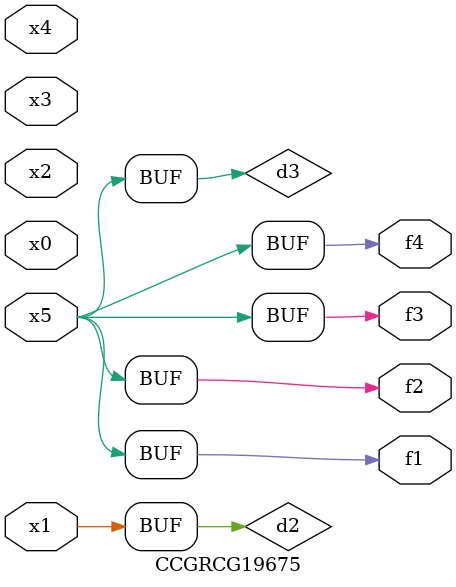
<source format=v>
module CCGRCG19675(
	input x0, x1, x2, x3, x4, x5,
	output f1, f2, f3, f4
);

	wire d1, d2, d3;

	not (d1, x5);
	or (d2, x1);
	xnor (d3, d1);
	assign f1 = d3;
	assign f2 = d3;
	assign f3 = d3;
	assign f4 = d3;
endmodule

</source>
